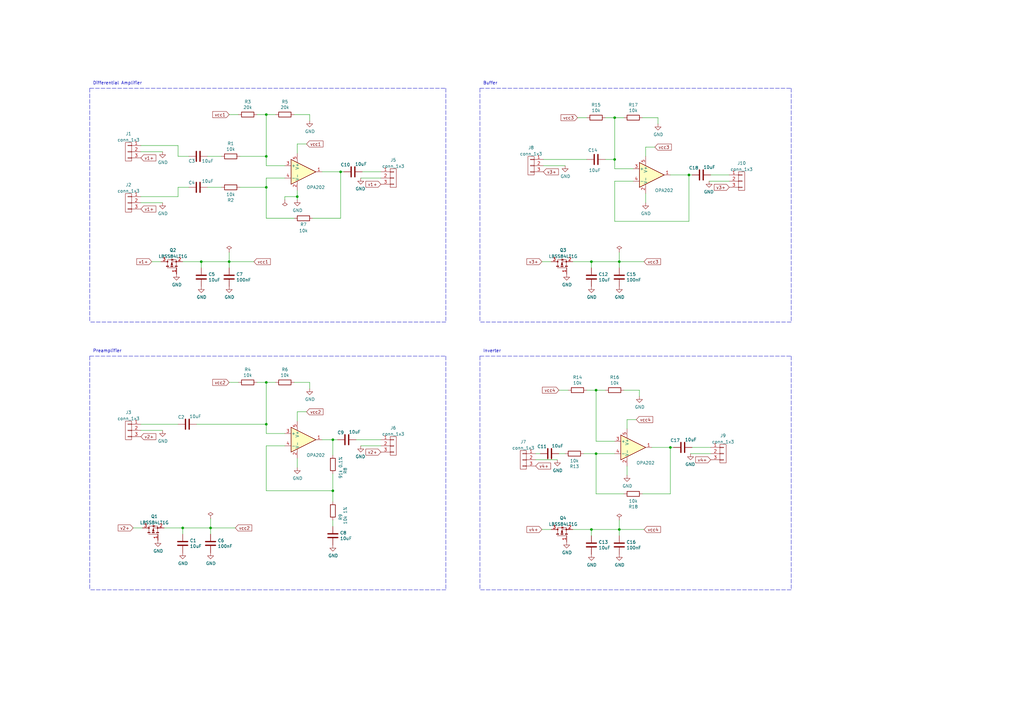
<source format=kicad_sch>
(kicad_sch (version 20211123) (generator eeschema)
  (paper "A3")
  (lib_symbols
    (symbol "Device:C" (pin_numbers hide) (pin_names (offset 0.254))
      (property "Reference" "C" (at 0.635 2.54 0))
      (property "Value" "C" (at 0.635 -2.54 0))
      (symbol "C_0_1"
        (polyline (pts (xy -2.032 -0.762) (xy 2.032 -0.762)) (stroke (width 0.508)))
        (polyline (pts (xy -2.032 0.762) (xy 2.032 0.762)) (stroke (width 0.508)))
      )
      (symbol "C_1_1"
        (pin passive line (at 0 3.81 270) (length 2.794) (name "~") (number "1"))
        (pin passive line (at 0 -3.81 90) (length 2.794) (name "~") (number "2"))
      )
    )
    (symbol "Device:R" (pin_numbers hide) (pin_names (offset 0))
      (property "Reference" "R" (at 2.032 0 90))
      (property "Value" "R" (at 0 0 90))
      (symbol "R_0_1"
        (rectangle (start -1.016 -2.54) (end 1.016 2.54) (stroke (width 0.254)))
      )
      (symbol "R_1_1"
        (pin passive line (at 0 3.81 270) (length 1.27) (name "~") (number "1"))
        (pin passive line (at 0 -3.81 90) (length 1.27) (name "~") (number "2"))
      )
    )
    (symbol "cycfi_library:conn_1x3" (pin_names (offset 1.016) hide)
      (property "Reference" "J" (at 0 5.08 0))
      (property "Value" "conn_1x3" (at 2.54 0 90))
      (symbol "conn_1x3_0_1"
        (rectangle (start -1.27 -2.413) (end 0.254 -2.667))
        (rectangle (start -1.27 0.127) (end 0.254 -0.127))
        (rectangle (start -1.27 2.667) (end 0.254 2.413))
        (rectangle (start -1.27 3.81) (end 1.27 -3.81))
      )
      (symbol "conn_1x3_1_1"
        (pin passive line (at -5.08 2.54 0) (length 3.81) (name "P1") (number "1"))
        (pin passive line (at -5.08 0 0) (length 3.81) (name "P2") (number "2"))
        (pin passive line (at -5.08 -2.54 0) (length 3.81) (name "P3") (number "3"))
      )
    )
    (symbol "cycfi_library:opamp_dbv" (pin_names (offset 0.127))
      (property "Reference" "U" (at -1.27 6.35 0))
      (property "Value" "opamp_dbv" (at -1.27 3.81 0))
      (symbol "opamp_dbv_0_1"
        (polyline (pts (xy -5.08 5.08) (xy 5.08 0) (xy -5.08 -5.08) (xy -5.08 5.08)) (stroke (width 0.254)) (fill (type background)))
        (pin power_in line (at -2.54 -7.62 90) (length 3.81) (name "V-") (number "2"))
        (pin power_in line (at -2.54 7.62 270) (length 3.81) (name "V+") (number "5"))
      )
      (symbol "opamp_dbv_1_1"
        (pin output line (at 7.62 0 180) (length 2.54) (name "~") (number "1"))
        (pin input line (at -7.62 2.54 0) (length 2.54) (name "+") (number "3"))
        (pin input line (at -7.62 -2.54 0) (length 2.54) (name "-") (number "4"))
      )
    )
    (symbol "cycfi_library:q_pmos_gsd" (pin_names (offset 0) hide)
      (property "Reference" "Q" (at 7.62 1.27 0))
      (property "Value" "q_pmos_gsd" (at 7.62 -1.27 0))
      (symbol "q_pmos_gsd_0_1"
        (polyline (pts (xy 2.54 2.54) (xy 2.54 2.413)))
        (polyline (pts (xy 2.921 0.127) (xy 3.683 0.127)))
        (polyline (pts (xy -2.54 -1.27) (xy 0 -1.27) (xy 0 2.54)))
        (polyline (pts (xy 2.54 -2.54) (xy 2.54 0.635) (xy 0.762 0.635)))
        (polyline (pts (xy 0.762 2.413) (xy 3.302 2.413) (xy 3.302 -1.143) (xy 0.762 -1.143)))
        (polyline (pts (xy 2.286 0.635) (xy 1.27 1.016) (xy 1.27 0.254) (xy 2.286 0.635)) (fill (type outline)))
        (polyline (pts (xy 3.302 0.127) (xy 2.921 0.762) (xy 3.683 0.762) (xy 3.302 0.127)) (fill (type outline)))
        (polyline (pts (xy 0.508 -0.635) (xy 0.508 -1.651) (xy 0.762 -1.651) (xy 0.762 -0.635) (xy 0.508 -0.635)) (fill (type outline)))
        (polyline (pts (xy 0.508 2.921) (xy 0.508 1.905) (xy 0.762 1.905) (xy 0.762 2.921) (xy 0.508 2.921)) (fill (type outline)))
        (polyline (pts (xy 0.508 1.143) (xy 0.508 0.127) (xy 0.762 0.127) (xy 0.762 1.143) (xy 0.508 1.143) (xy 0.508 1.016)) (fill (type outline)))
        (circle (center 2.54 -1.143) (radius 0.254) (fill (type outline)))
        (circle (center 2.54 2.413) (radius 0.254) (fill (type outline)))
      )
      (symbol "q_pmos_gsd_1_1"
        (pin input line (at -2.54 -1.27 0) (length 2.54) (name "G") (number "1"))
        (pin passive line (at 2.54 -3.81 90) (length 2.54) (name "S") (number "2"))
        (pin passive line (at 2.54 5.08 270) (length 2.54) (name "D") (number "3"))
      )
    )
    (symbol "power:GND" (power) (pin_names (offset 0))
      (property "Value" "GND" (at 0 -3.81 0))
      (symbol "GND_0_1"
        (polyline (pts (xy 0 0) (xy 0 -1.27) (xy 1.27 -1.27) (xy 0 -2.54) (xy -1.27 -1.27) (xy 0 -1.27)))
      )
      (symbol "GND_1_1"
        (pin power_in line (at 0 0 270) (length 0) hide (name "GND") (number "1"))
      )
    )
    (symbol "power:PWR_FLAG" (power) (pin_numbers hide) (pin_names (offset 0) hide)
      (property "Value" "PWR_FLAG" (at 0 3.81 0))
      (symbol "PWR_FLAG_0_0"
        (pin power_out line (at 0 0 90) (length 0) (name "pwr") (number "1"))
      )
      (symbol "PWR_FLAG_0_1"
        (polyline (pts (xy 0 0) (xy 0 1.27) (xy -1.016 1.905) (xy 0 2.54) (xy 1.016 1.905) (xy 0 1.27)))
      )
    )
  )
  (junction (at 254 107.315))
  (junction (at 109.22 46.99))
  (junction (at 109.22 64.135))
  (junction (at 244.475 160.02))
  (junction (at 252.095 65.405))
  (junction (at 109.22 156.845))
  (junction (at 136.525 201.295))
  (junction (at 109.22 173.99))
  (junction (at 136.525 180.34))
  (junction (at 93.98 107.315))
  (junction (at 121.92 80.645))
  (junction (at 74.93 216.535))
  (junction (at 82.55 107.315))
  (junction (at 242.57 107.315))
  (junction (at 244.475 186.055))
  (junction (at 282.575 71.755))
  (junction (at 139.7 70.485))
  (junction (at 86.36 216.535))
  (junction (at 242.57 217.17))
  (junction (at 109.22 76.835))
  (junction (at 252.095 48.26))
  (junction (at 274.955 183.515))
  (junction (at 254 217.17))
  (wire (pts (xy 57.785 173.99) (xy 73.025 173.99)))
  (wire (pts (xy 127 159.385) (xy 127 156.845)))
  (polyline (pts (xy 324.485 146.05) (xy 324.485 241.935)))
  (wire (pts (xy 121.92 172.72) (xy 121.92 168.91)))
  (wire (pts (xy 233.045 160.02) (xy 229.235 160.02)))
  (wire (pts (xy 109.22 67.945) (xy 116.84 67.945)))
  (wire (pts (xy 139.7 89.535) (xy 139.7 70.485)))
  (polyline (pts (xy 36.83 36.195) (xy 182.88 36.195)))
  (wire (pts (xy 264.795 64.135) (xy 264.795 60.325)))
  (wire (pts (xy 136.525 201.295) (xy 136.525 194.31)))
  (wire (pts (xy 82.55 107.315) (xy 82.55 109.855)))
  (wire (pts (xy 67.31 216.535) (xy 74.93 216.535)))
  (wire (pts (xy 116.84 80.645) (xy 121.92 80.645)))
  (wire (pts (xy 62.23 107.315) (xy 66.04 107.315)))
  (wire (pts (xy 93.98 109.855) (xy 93.98 107.315)))
  (wire (pts (xy 127 49.53) (xy 127 46.99)))
  (wire (pts (xy 97.79 156.845) (xy 93.98 156.845)))
  (wire (pts (xy 105.41 156.845) (xy 109.22 156.845)))
  (wire (pts (xy 113.03 156.845) (xy 109.22 156.845)))
  (wire (pts (xy 299.085 74.295) (xy 290.83 74.295)))
  (wire (pts (xy 98.425 76.835) (xy 109.22 76.835)))
  (wire (pts (xy 252.095 65.405) (xy 252.095 69.215)))
  (wire (pts (xy 105.41 46.99) (xy 109.22 46.99)))
  (wire (pts (xy 82.55 107.315) (xy 93.98 107.315)))
  (wire (pts (xy 222.885 65.405) (xy 240.665 65.405)))
  (wire (pts (xy 127 46.99) (xy 120.65 46.99)))
  (wire (pts (xy 255.905 202.565) (xy 244.475 202.565)))
  (wire (pts (xy 85.09 64.135) (xy 90.805 64.135)))
  (polyline (pts (xy 36.83 36.195) (xy 36.83 132.08)))
  (wire (pts (xy 282.575 71.755) (xy 274.955 71.755)))
  (wire (pts (xy 80.645 173.99) (xy 109.22 173.99)))
  (wire (pts (xy 121.92 81.915) (xy 121.92 80.645)))
  (polyline (pts (xy 324.485 36.195) (xy 324.485 132.08)))
  (wire (pts (xy 109.22 177.8) (xy 116.84 177.8)))
  (wire (pts (xy 263.525 202.565) (xy 274.955 202.565)))
  (wire (pts (xy 140.97 70.485) (xy 139.7 70.485)))
  (wire (pts (xy 57.785 59.69) (xy 73.025 59.69)))
  (wire (pts (xy 248.285 160.02) (xy 244.475 160.02)))
  (wire (pts (xy 127 156.845) (xy 120.65 156.845)))
  (wire (pts (xy 109.22 64.135) (xy 109.22 67.945)))
  (wire (pts (xy 109.22 76.835) (xy 109.22 73.025)))
  (wire (pts (xy 121.92 187.96) (xy 121.92 191.77)))
  (wire (pts (xy 291.465 71.755) (xy 299.085 71.755)))
  (wire (pts (xy 244.475 160.02) (xy 244.475 180.975)))
  (wire (pts (xy 57.785 83.185) (xy 66.675 83.185)))
  (wire (pts (xy 57.785 62.23) (xy 66.675 62.23)))
  (polyline (pts (xy 36.83 146.05) (xy 182.88 146.05)))
  (wire (pts (xy 86.36 219.075) (xy 86.36 216.535)))
  (wire (pts (xy 109.22 156.845) (xy 109.22 173.99)))
  (wire (pts (xy 254 109.855) (xy 254 107.315)))
  (wire (pts (xy 254 213.36) (xy 254 217.17)))
  (wire (pts (xy 109.22 201.295) (xy 136.525 201.295)))
  (wire (pts (xy 252.095 69.215) (xy 259.715 69.215)))
  (wire (pts (xy 252.095 74.295) (xy 252.095 90.805)))
  (wire (pts (xy 222.25 217.17) (xy 226.06 217.17)))
  (wire (pts (xy 136.525 186.69) (xy 136.525 180.34)))
  (wire (pts (xy 276.225 183.515) (xy 274.955 183.515)))
  (wire (pts (xy 86.36 212.725) (xy 86.36 216.535)))
  (wire (pts (xy 264.795 79.375) (xy 264.795 83.185)))
  (wire (pts (xy 121.92 59.055) (xy 125.73 59.055)))
  (wire (pts (xy 262.255 162.56) (xy 262.255 160.02)))
  (polyline (pts (xy 324.485 132.08) (xy 196.85 132.08)))
  (wire (pts (xy 109.22 89.535) (xy 109.22 76.835)))
  (polyline (pts (xy 324.485 241.935) (xy 196.85 241.935)))
  (wire (pts (xy 73.025 76.835) (xy 77.47 76.835)))
  (wire (pts (xy 254 107.315) (xy 264.16 107.315)))
  (polyline (pts (xy 182.88 241.935) (xy 36.83 241.935)))
  (polyline (pts (xy 196.85 36.195) (xy 196.85 132.08)))
  (wire (pts (xy 73.025 64.135) (xy 77.47 64.135)))
  (wire (pts (xy 229.235 186.055) (xy 231.775 186.055)))
  (wire (pts (xy 240.665 160.02) (xy 244.475 160.02)))
  (wire (pts (xy 132.08 180.34) (xy 136.525 180.34)))
  (wire (pts (xy 262.255 160.02) (xy 255.905 160.02)))
  (wire (pts (xy 244.475 180.975) (xy 252.095 180.975)))
  (wire (pts (xy 252.095 74.295) (xy 259.715 74.295)))
  (wire (pts (xy 248.285 48.26) (xy 252.095 48.26)))
  (polyline (pts (xy 182.88 36.195) (xy 182.88 132.08)))
  (wire (pts (xy 222.885 67.945) (xy 231.775 67.945)))
  (wire (pts (xy 93.98 103.505) (xy 93.98 107.315)))
  (wire (pts (xy 255.905 48.26) (xy 252.095 48.26)))
  (polyline (pts (xy 196.85 146.05) (xy 324.485 146.05)))
  (wire (pts (xy 74.93 107.315) (xy 82.55 107.315)))
  (polyline (pts (xy 182.88 132.08) (xy 36.83 132.08)))
  (wire (pts (xy 283.845 71.755) (xy 282.575 71.755)))
  (polyline (pts (xy 196.85 36.195) (xy 324.485 36.195)))
  (wire (pts (xy 242.57 107.315) (xy 242.57 109.855)))
  (wire (pts (xy 139.7 70.485) (xy 132.08 70.485)))
  (wire (pts (xy 257.175 172.085) (xy 260.985 172.085)))
  (wire (pts (xy 57.785 176.53) (xy 66.675 176.53)))
  (wire (pts (xy 264.795 60.325) (xy 268.605 60.325)))
  (wire (pts (xy 244.475 186.055) (xy 244.475 202.565)))
  (wire (pts (xy 85.09 76.835) (xy 90.805 76.835)))
  (wire (pts (xy 282.575 90.805) (xy 282.575 71.755)))
  (wire (pts (xy 54.61 216.535) (xy 58.42 216.535)))
  (polyline (pts (xy 196.85 146.05) (xy 196.85 241.935)))
  (wire (pts (xy 121.92 168.91) (xy 125.73 168.91)))
  (wire (pts (xy 274.955 183.515) (xy 267.335 183.515)))
  (wire (pts (xy 73.025 59.69) (xy 73.025 64.135)))
  (wire (pts (xy 121.92 80.645) (xy 121.92 78.105)))
  (wire (pts (xy 121.92 62.865) (xy 121.92 59.055)))
  (wire (pts (xy 120.65 89.535) (xy 109.22 89.535)))
  (wire (pts (xy 291.465 186.055) (xy 283.21 186.055)))
  (wire (pts (xy 234.95 217.17) (xy 242.57 217.17)))
  (wire (pts (xy 283.845 183.515) (xy 291.465 183.515)))
  (wire (pts (xy 109.22 182.88) (xy 109.22 201.295)))
  (wire (pts (xy 252.095 90.805) (xy 282.575 90.805)))
  (wire (pts (xy 239.395 186.055) (xy 244.475 186.055)))
  (wire (pts (xy 128.27 89.535) (xy 139.7 89.535)))
  (wire (pts (xy 73.025 80.645) (xy 73.025 76.835)))
  (wire (pts (xy 93.98 107.315) (xy 104.14 107.315)))
  (wire (pts (xy 254 219.71) (xy 254 217.17)))
  (wire (pts (xy 252.095 48.26) (xy 252.095 65.405)))
  (wire (pts (xy 109.22 46.99) (xy 109.22 64.135)))
  (wire (pts (xy 57.785 80.645) (xy 73.025 80.645)))
  (wire (pts (xy 136.525 213.36) (xy 136.525 215.9)))
  (wire (pts (xy 269.875 50.8) (xy 269.875 48.26)))
  (wire (pts (xy 86.36 216.535) (xy 96.52 216.535)))
  (wire (pts (xy 116.84 81.915) (xy 116.84 80.645)))
  (wire (pts (xy 240.665 48.26) (xy 236.855 48.26)))
  (wire (pts (xy 257.175 191.135) (xy 257.175 194.945)))
  (wire (pts (xy 74.93 216.535) (xy 86.36 216.535)))
  (wire (pts (xy 242.57 217.17) (xy 242.57 219.71)))
  (wire (pts (xy 109.22 73.025) (xy 116.84 73.025)))
  (wire (pts (xy 156.21 182.88) (xy 147.955 182.88)))
  (wire (pts (xy 242.57 217.17) (xy 254 217.17)))
  (polyline (pts (xy 182.88 146.05) (xy 182.88 241.935)))
  (wire (pts (xy 274.955 202.565) (xy 274.955 183.515)))
  (wire (pts (xy 254 217.17) (xy 264.16 217.17)))
  (wire (pts (xy 138.43 180.34) (xy 136.525 180.34)))
  (wire (pts (xy 109.22 173.99) (xy 109.22 177.8)))
  (wire (pts (xy 244.475 186.055) (xy 252.095 186.055)))
  (wire (pts (xy 219.71 186.055) (xy 221.615 186.055)))
  (wire (pts (xy 257.175 175.895) (xy 257.175 172.085)))
  (wire (pts (xy 146.05 180.34) (xy 156.21 180.34)))
  (wire (pts (xy 254 103.505) (xy 254 107.315)))
  (wire (pts (xy 242.57 107.315) (xy 254 107.315)))
  (wire (pts (xy 74.93 216.535) (xy 74.93 219.075)))
  (wire (pts (xy 269.875 48.26) (xy 263.525 48.26)))
  (polyline (pts (xy 36.83 146.05) (xy 36.83 241.935)))
  (wire (pts (xy 234.95 107.315) (xy 242.57 107.315)))
  (wire (pts (xy 97.79 46.99) (xy 93.98 46.99)))
  (wire (pts (xy 222.25 107.315) (xy 226.06 107.315)))
  (wire (pts (xy 148.59 70.485) (xy 156.21 70.485)))
  (wire (pts (xy 109.22 182.88) (xy 116.84 182.88)))
  (wire (pts (xy 113.03 46.99) (xy 109.22 46.99)))
  (wire (pts (xy 136.525 201.295) (xy 136.525 205.74)))
  (wire (pts (xy 219.71 188.595) (xy 228.6 188.595)))
  (wire (pts (xy 98.425 64.135) (xy 109.22 64.135)))
  (wire (pts (xy 156.21 73.025) (xy 147.955 73.025)))
  (wire (pts (xy 248.285 65.405) (xy 252.095 65.405)))
  (text "Buffer" (at 198.12 34.925 0) (effects (font (size 1.27 1.27)) (justify left bottom)))
  (text "Inverter" (at 198.12 144.78 0) (effects (font (size 1.27 1.27)) (justify left bottom)))
  (text "Preamplifier" (at 38.1 144.78 0) (effects (font (size 1.27 1.27)) (justify left bottom)))
  (text "Differential Amplifier" (at 38.1 34.925 0) (effects (font (size 1.27 1.27)) (justify left bottom)))
  (global_label "vcc2" (shape input) (at 125.73 168.91 0) (property "Intersheet References" "${INTERSHEET_REFS}" (effects hide)))
  (global_label "vcc1" (shape input) (at 104.14 107.315 0) (property "Intersheet References" "${INTERSHEET_REFS}" (effects hide)))
  (global_label "v4+" (shape input) (at 222.25 217.17 180) (property "Intersheet References" "${INTERSHEET_REFS}" (effects hide)))
  (global_label "vcc3" (shape input) (at 268.605 60.325 0) (property "Intersheet References" "${INTERSHEET_REFS}" (effects hide)))
  (global_label "vcc4" (shape input) (at 229.235 160.02 180) (property "Intersheet References" "${INTERSHEET_REFS}" (effects hide)))
  (global_label "vcc4" (shape input) (at 264.16 217.17 0) (property "Intersheet References" "${INTERSHEET_REFS}" (effects hide)))
  (global_label "vcc3" (shape input) (at 264.16 107.315 0) (property "Intersheet References" "${INTERSHEET_REFS}" (effects hide)))
  (global_label "v2+" (shape input) (at 156.21 185.42 180) (property "Intersheet References" "${INTERSHEET_REFS}" (effects hide)))
  (global_label "v1+" (shape input) (at 62.23 107.315 180) (property "Intersheet References" "${INTERSHEET_REFS}" (effects hide)))
  (global_label "v1+" (shape input) (at 57.785 64.77 0) (property "Intersheet References" "${INTERSHEET_REFS}" (effects hide)))
  (global_label "v4+" (shape input) (at 291.465 188.595 180) (property "Intersheet References" "${INTERSHEET_REFS}" (effects hide)))
  (global_label "v4+" (shape input) (at 219.71 191.135 0) (property "Intersheet References" "${INTERSHEET_REFS}" (effects hide)))
  (global_label "vcc2" (shape input) (at 96.52 216.535 0) (property "Intersheet References" "${INTERSHEET_REFS}" (effects hide)))
  (global_label "v1+" (shape input) (at 57.785 85.725 0) (property "Intersheet References" "${INTERSHEET_REFS}" (effects hide)))
  (global_label "vcc2" (shape input) (at 93.98 156.845 180) (property "Intersheet References" "${INTERSHEET_REFS}" (effects hide)))
  (global_label "v3+" (shape input) (at 222.885 70.485 0) (property "Intersheet References" "${INTERSHEET_REFS}" (effects hide)))
  (global_label "v2+" (shape input) (at 57.785 179.07 0) (property "Intersheet References" "${INTERSHEET_REFS}" (effects hide)))
  (global_label "vcc1" (shape input) (at 93.98 46.99 180) (property "Intersheet References" "${INTERSHEET_REFS}" (effects hide)))
  (global_label "vcc3" (shape input) (at 236.855 48.26 180) (property "Intersheet References" "${INTERSHEET_REFS}" (effects hide)))
  (global_label "v2+" (shape input) (at 54.61 216.535 180) (property "Intersheet References" "${INTERSHEET_REFS}" (effects hide)))
  (global_label "v1+" (shape input) (at 156.21 75.565 180) (property "Intersheet References" "${INTERSHEET_REFS}" (effects hide)))
  (global_label "v3+" (shape input) (at 299.085 76.835 180) (property "Intersheet References" "${INTERSHEET_REFS}" (effects hide)))
  (global_label "vcc1" (shape input) (at 125.73 59.055 0) (property "Intersheet References" "${INTERSHEET_REFS}" (effects hide)))
  (global_label "vcc4" (shape input) (at 260.985 172.085 0) (property "Intersheet References" "${INTERSHEET_REFS}" (effects hide)))
  (global_label "v3+" (shape input) (at 222.25 107.315 180) (property "Intersheet References" "${INTERSHEET_REFS}" (effects hide)))
  (symbol (lib_id "cycfi_library:opamp_dbv") (at 124.46 70.485 0) (unit 1)
    (property "Reference" "U1" (effects hide))
    (property "Value" "OPA202" (at 125.73 76.835 0) (effects (justify left)))
    (property "Footprint" "Package_TO_SOT_SMD:SOT-23-5" (effects hide))
    (property "LCSC" "C1850244" (effects hide))
  )
  (symbol (lib_id "Device:R") (at 94.615 64.135 270) (unit 1)
    (property "Reference" "R1" (at 94.615 58.8772 90))
    (property "Value" "10k" (at 94.615 61.1886 90))
    (property "Footprint" "Resistor_SMD:R_0402_1005Metric" (effects hide))
    (property "LCSC" "C25744" (effects hide))
  )
  (symbol (lib_id "Device:R") (at 94.615 76.835 90) (unit 1)
    (property "Reference" "R2" (at 94.615 82.0928 90))
    (property "Value" "10k" (at 94.615 79.7814 90))
    (property "Footprint" "Resistor_SMD:R_0402_1005Metric" (effects hide))
    (property "LCSC" "C25744" (effects hide))
  )
  (symbol (lib_id "Device:R") (at 101.6 46.99 90) (unit 1)
    (property "Reference" "R3" (at 101.6 41.7322 90))
    (property "Value" "20k" (at 101.6 44.0436 90))
    (property "Footprint" "Resistor_SMD:R_0402_1005Metric" (effects hide))
    (property "LCSC" "C25765" (effects hide))
  )
  (symbol (lib_id "Device:R") (at 116.84 46.99 90) (unit 1)
    (property "Reference" "R5" (at 116.84 41.7322 90))
    (property "Value" "20k" (at 116.84 44.0436 90))
    (property "Footprint" "Resistor_SMD:R_0402_1005Metric" (effects hide))
    (property "LCSC" "C25765" (effects hide))
  )
  (symbol (lib_id "Device:R") (at 124.46 89.535 90) (unit 1)
    (property "Reference" "R7" (at 124.46 92.075 90))
    (property "Value" "10k" (at 124.46 94.615 90))
    (property "Footprint" "Resistor_SMD:R_0402_1005Metric" (effects hide))
    (property "LCSC" "C25744" (effects hide))
  )
  (symbol (lib_id "power:GND") (at 127 49.53 0) (unit 1)
    (property "Reference" "#PWR012" (effects hide))
    (property "Value" "GND" (at 127.127 53.9242 0))
  )
  (symbol (lib_id "power:GND") (at 121.92 81.915 0) (unit 1)
    (property "Reference" "#PWR010" (effects hide))
    (property "Value" "GND" (at 122.047 86.3092 0))
  )
  (symbol (lib_id "Device:C") (at 82.55 113.665 0) (unit 1)
    (property "Reference" "C5" (at 85.471 112.4966 0) (effects (justify left)))
    (property "Value" "10uF" (at 85.471 114.808 0) (effects (justify left)))
    (property "Footprint" "Capacitor_SMD:C_0805_2012Metric" (effects hide))
    (property "LCSC" "C15850" (effects hide))
  )
  (symbol (lib_id "Device:C") (at 93.98 113.665 0) (unit 1)
    (property "Reference" "C7" (at 96.901 112.4966 0) (effects (justify left)))
    (property "Value" "100nF" (at 96.901 114.808 0) (effects (justify left)))
    (property "Footprint" "Capacitor_SMD:C_0402_1005Metric" (effects hide))
    (property "LCSC" "C307331" (effects hide))
  )
  (symbol (lib_id "power:GND") (at 93.98 117.475 0) (unit 1)
    (property "Reference" "#PWR09" (effects hide))
    (property "Value" "GND" (at 94.107 121.8692 0))
  )
  (symbol (lib_id "power:GND") (at 82.55 117.475 0) (unit 1)
    (property "Reference" "#PWR07" (effects hide))
    (property "Value" "GND" (at 82.677 121.8692 0))
  )
  (symbol (lib_id "power:PWR_FLAG") (at 93.98 103.505 0) (unit 1)
    (property "Reference" "#FLG02" (effects hide))
    (property "Value" "PWR_FLAG" (effects hide))
  )
  (symbol (lib_id "power:GND") (at 232.41 112.395 0) (unit 1)
    (property "Reference" "#PWR019" (effects hide))
    (property "Value" "GND" (at 232.537 116.7892 0))
  )
  (symbol (lib_id "power:GND") (at 127 159.385 0) (unit 1)
    (property "Reference" "#PWR013" (effects hide))
    (property "Value" "GND" (at 127.127 163.7792 0))
  )
  (symbol (lib_id "Device:C") (at 81.28 76.835 90) (unit 1)
    (property "Reference" "C4" (at 80.01 74.93 90) (effects (justify left)))
    (property "Value" "10uF" (at 87.63 74.295 90) (effects (justify left)))
    (property "Footprint" "Capacitor_SMD:C_0805_2012Metric" (effects hide))
    (property "LCSC" "C15850" (effects hide))
  )
  (symbol (lib_id "power:GND") (at 136.525 223.52 0) (unit 1)
    (property "Reference" "#PWR014" (effects hide))
    (property "Value" "GND" (at 136.652 227.9142 0))
  )
  (symbol (lib_id "cycfi_library:q_pmos_gsd") (at 231.14 219.71 90) (unit 1)
    (property "Reference" "Q4" (at 230.9495 212.4542 90))
    (property "Value" "LBSS84LT1G" (at 230.9495 214.9911 90))
    (property "Footprint" "Package_TO_SOT_SMD:TSOT-23" (effects hide))
    (property "LCSC" "C8492" (effects hide))
    (property "JLCPCB_CORRECTION" "0;0;0" (effects hide))
  )
  (symbol (lib_id "power:GND") (at 66.675 83.185 0) (unit 1)
    (property "Reference" "#PWR03" (effects hide))
    (property "Value" "GND" (at 66.802 87.5792 0))
  )
  (symbol (lib_id "cycfi_library:opamp_dbv") (at 124.46 180.34 0) (unit 1)
    (property "Reference" "U2" (effects hide))
    (property "Value" "OPA202" (at 125.73 186.69 0) (effects (justify left)))
    (property "Footprint" "Package_TO_SOT_SMD:SOT-23-5" (effects hide))
    (property "LCSC" "C1850244" (effects hide))
  )
  (symbol (lib_id "power:PWR_FLAG") (at 254 103.505 0) (unit 1)
    (property "Reference" "#FLG06" (effects hide))
    (property "Value" "PWR_FLAG" (effects hide))
  )
  (symbol (lib_id "power:GND") (at 283.21 186.055 0) (mirror y) (unit 1)
    (property "Reference" "#PWR029" (effects hide))
    (property "Value" "GND" (at 283.083 190.4492 0))
  )
  (symbol (lib_id "Device:C") (at 242.57 113.665 0) (unit 1)
    (property "Reference" "C12" (at 245.491 112.4966 0) (effects (justify left)))
    (property "Value" "10uF" (at 245.491 114.808 0) (effects (justify left)))
    (property "Footprint" "Capacitor_SMD:C_0805_2012Metric" (effects hide))
    (property "LCSC" "C15850" (effects hide))
  )
  (symbol (lib_id "Device:R") (at 236.855 160.02 90) (unit 1)
    (property "Reference" "R14" (at 236.855 154.7622 90))
    (property "Value" "10k" (at 236.855 157.0736 90))
    (property "Footprint" "Resistor_SMD:R_0402_1005Metric" (effects hide))
    (property "LCSC" "C25744" (effects hide))
  )
  (symbol (lib_id "Device:R") (at 136.525 190.5 0) (mirror x) (unit 1)
    (property "Reference" "R8" (at 141.605 193.04 90))
    (property "Value" "91k 0.1%" (at 139.7 191.77 90))
    (property "Footprint" "Resistor_SMD:R_0603_1608Metric" (effects hide))
    (property "LCSC" "C326731" (effects hide))
  )
  (symbol (lib_id "cycfi_library:opamp_dbv") (at 267.335 71.755 0) (unit 1)
    (property "Reference" "U4" (effects hide))
    (property "Value" "OPA202" (at 268.605 78.105 0) (effects (justify left)))
    (property "Footprint" "Package_TO_SOT_SMD:SOT-23-5" (effects hide))
    (property "LCSC" "C1850244" (effects hide))
  )
  (symbol (lib_id "power:GND") (at 147.955 73.025 0) (mirror y) (unit 1)
    (property "Reference" "#PWR015" (effects hide))
    (property "Value" "GND" (at 147.828 77.4192 0))
  )
  (symbol (lib_id "cycfi_library:conn_1x3") (at 296.545 186.055 0) (unit 1)
    (property "Reference" "J9" (at 296.545 178.6722 0))
    (property "Value" "conn_1x3" (at 296.545 181.2091 0))
    (property "Footprint" "cycfi_library:pin_header_1x3p_2.54mm_smd_horizontal" (effects hide))
  )
  (symbol (lib_id "Device:C") (at 254 113.665 0) (unit 1)
    (property "Reference" "C15" (at 256.921 112.4966 0) (effects (justify left)))
    (property "Value" "100nF" (at 256.921 114.808 0) (effects (justify left)))
    (property "Footprint" "Capacitor_SMD:C_0402_1005Metric" (effects hide))
    (property "LCSC" "C307331" (effects hide))
  )
  (symbol (lib_id "Device:R") (at 235.585 186.055 90) (unit 1)
    (property "Reference" "R13" (at 235.585 191.3128 90))
    (property "Value" "10k" (at 235.585 189.0014 90))
    (property "Footprint" "Resistor_SMD:R_0402_1005Metric" (effects hide))
    (property "LCSC" "C25744" (effects hide))
  )
  (symbol (lib_id "cycfi_library:conn_1x3") (at 52.705 62.23 0) (mirror y) (unit 1)
    (property "Reference" "J1" (at 52.705 54.8472 0))
    (property "Value" "conn_1x3" (at 52.705 57.3841 0))
    (property "Footprint" "cycfi_library:pin_header_1x3p_2.54mm_smd_horizontal" (effects hide))
  )
  (symbol (lib_id "Device:R") (at 136.525 209.55 180) (unit 1)
    (property "Reference" "R9" (at 139.7 212.09 90))
    (property "Value" "10k 1%" (at 141.605 211.455 90))
    (property "Footprint" "Resistor_SMD:R_0402_1005Metric" (effects hide))
    (property "LCSC" "C25744" (effects hide))
  )
  (symbol (lib_id "power:GND") (at 264.795 83.185 0) (unit 1)
    (property "Reference" "#PWR027" (effects hide))
    (property "Value" "GND" (at 264.922 87.5792 0))
  )
  (symbol (lib_id "cycfi_library:q_pmos_gsd") (at 63.5 219.075 90) (unit 1)
    (property "Reference" "Q1" (at 63.3095 211.8192 90))
    (property "Value" "LBSS84LT1G" (at 63.3095 214.3561 90))
    (property "Footprint" "Package_TO_SOT_SMD:TSOT-23" (effects hide))
    (property "LCSC" "C8492" (effects hide))
    (property "JLCPCB_CORRECTION" "0;0;0" (effects hide))
  )
  (symbol (lib_id "power:PWR_FLAG") (at 254 213.36 0) (unit 1)
    (property "Reference" "#FLG07" (effects hide))
    (property "Value" "PWR_FLAG" (effects hide))
  )
  (symbol (lib_id "Device:C") (at 244.475 65.405 90) (unit 1)
    (property "Reference" "C14" (at 245.11 61.595 90) (effects (justify left)))
    (property "Value" "10uF" (at 246.38 69.85 90) (effects (justify left)))
    (property "Footprint" "Capacitor_SMD:C_0805_2012Metric" (effects hide))
    (property "LCSC" "C15850" (effects hide))
  )
  (symbol (lib_id "cycfi_library:conn_1x3") (at 161.29 73.025 0) (unit 1)
    (property "Reference" "J5" (at 161.29 65.6422 0))
    (property "Value" "conn_1x3" (at 161.29 68.1791 0))
    (property "Footprint" "cycfi_library:pin_header_1x3p_2.54mm_smd_horizontal" (effects hide))
  )
  (symbol (lib_id "power:GND") (at 66.675 62.23 0) (unit 1)
    (property "Reference" "#PWR02" (effects hide))
    (property "Value" "GND" (at 66.802 66.6242 0))
  )
  (symbol (lib_id "power:GND") (at 147.955 182.88 0) (mirror y) (unit 1)
    (property "Reference" "#PWR016" (effects hide))
    (property "Value" "GND" (at 147.828 187.2742 0))
  )
  (symbol (lib_id "cycfi_library:conn_1x3") (at 217.805 67.945 0) (mirror y) (unit 1)
    (property "Reference" "J8" (at 217.805 60.5622 0))
    (property "Value" "conn_1x3" (at 217.805 63.0991 0))
    (property "Footprint" "cycfi_library:pin_header_1x3p_2.54mm_smd_horizontal" (effects hide))
  )
  (symbol (lib_id "Device:R") (at 259.715 48.26 90) (unit 1)
    (property "Reference" "R17" (at 259.715 43.0022 90))
    (property "Value" "10k" (at 259.715 45.3136 90))
    (property "Footprint" "Resistor_SMD:R_0402_1005Metric" (effects hide))
    (property "LCSC" "C25744" (effects hide))
  )
  (symbol (lib_id "Device:R") (at 252.095 160.02 90) (unit 1)
    (property "Reference" "R16" (at 252.095 154.7622 90))
    (property "Value" "10k" (at 252.095 157.0736 90))
    (property "Footprint" "Resistor_SMD:R_0402_1005Metric" (effects hide))
    (property "LCSC" "C25744" (effects hide))
  )
  (symbol (lib_id "power:GND") (at 66.675 176.53 0) (unit 1)
    (property "Reference" "#PWR04" (effects hide))
    (property "Value" "GND" (at 66.802 180.9242 0))
  )
  (symbol (lib_id "power:PWR_FLAG") (at 86.36 212.725 0) (unit 1)
    (property "Reference" "#FLG01" (effects hide))
    (property "Value" "PWR_FLAG" (effects hide))
  )
  (symbol (lib_id "cycfi_library:conn_1x3") (at 52.705 83.185 0) (mirror y) (unit 1)
    (property "Reference" "J2" (at 52.705 75.8022 0))
    (property "Value" "conn_1x3" (at 52.705 78.3391 0))
    (property "Footprint" "cycfi_library:pin_header_1x3p_2.54mm_smd_horizontal" (effects hide))
  )
  (symbol (lib_id "Device:C") (at 86.36 222.885 0) (unit 1)
    (property "Reference" "C6" (at 89.281 221.7166 0) (effects (justify left)))
    (property "Value" "100nF" (at 89.281 224.028 0) (effects (justify left)))
    (property "Footprint" "Capacitor_SMD:C_0402_1005Metric" (effects hide))
    (property "LCSC" "C307331" (effects hide))
  )
  (symbol (lib_id "Device:C") (at 225.425 186.055 90) (unit 1)
    (property "Reference" "C11" (at 224.2566 183.134 90) (effects (justify left)))
    (property "Value" "10uF" (at 231.14 182.88 90) (effects (justify left)))
    (property "Footprint" "Capacitor_SMD:C_0805_2012Metric" (effects hide))
    (property "LCSC" "C15850" (effects hide))
  )
  (symbol (lib_id "Device:C") (at 287.655 71.755 90) (unit 1)
    (property "Reference" "C18" (at 286.4866 68.834 90) (effects (justify left)))
    (property "Value" "10uF" (at 293.37 68.58 90) (effects (justify left)))
    (property "Footprint" "Capacitor_SMD:C_0805_2012Metric" (effects hide))
    (property "LCSC" "C15850" (effects hide))
  )
  (symbol (lib_id "Device:C") (at 81.28 64.135 90) (unit 1)
    (property "Reference" "C3" (at 80.01 66.04 90) (effects (justify left)))
    (property "Value" "10uF" (at 87.63 66.04 90) (effects (justify left)))
    (property "Footprint" "Capacitor_SMD:C_0805_2012Metric" (effects hide))
    (property "LCSC" "C15850" (effects hide))
  )
  (symbol (lib_id "Device:C") (at 254 223.52 0) (unit 1)
    (property "Reference" "C16" (at 256.921 222.3516 0) (effects (justify left)))
    (property "Value" "100nF" (at 256.921 224.663 0) (effects (justify left)))
    (property "Footprint" "Capacitor_SMD:C_0402_1005Metric" (effects hide))
    (property "LCSC" "C307331" (effects hide))
  )
  (symbol (lib_id "power:GND") (at 254 227.33 0) (unit 1)
    (property "Reference" "#PWR024" (effects hide))
    (property "Value" "GND" (at 254.127 231.7242 0))
  )
  (symbol (lib_id "Device:C") (at 280.035 183.515 90) (unit 1)
    (property "Reference" "C17" (at 278.8666 180.594 90) (effects (justify left)))
    (property "Value" "10uF" (at 285.75 180.34 90) (effects (justify left)))
    (property "Footprint" "Capacitor_SMD:C_0805_2012Metric" (effects hide))
    (property "LCSC" "C15850" (effects hide))
  )
  (symbol (lib_id "cycfi_library:q_pmos_gsd") (at 231.14 109.855 90) (unit 1)
    (property "Reference" "Q3" (at 230.9495 102.5992 90))
    (property "Value" "LBSS84LT1G" (at 230.9495 105.1361 90))
    (property "Footprint" "Package_TO_SOT_SMD:TSOT-23" (effects hide))
    (property "LCSC" "C8492" (effects hide))
    (property "JLCPCB_CORRECTION" "0;0;0" (effects hide))
  )
  (symbol (lib_id "power:GND") (at 121.92 191.77 0) (unit 1)
    (property "Reference" "#PWR011" (effects hide))
    (property "Value" "GND" (at 122.047 196.1642 0))
  )
  (symbol (lib_id "power:GND") (at 262.255 162.56 0) (unit 1)
    (property "Reference" "#PWR026" (effects hide))
    (property "Value" "GND" (at 262.382 166.9542 0))
  )
  (symbol (lib_id "Device:C") (at 144.78 70.485 90) (unit 1)
    (property "Reference" "C10" (at 143.6116 67.564 90) (effects (justify left)))
    (property "Value" "10uF" (at 150.495 67.31 90) (effects (justify left)))
    (property "Footprint" "Capacitor_SMD:C_0805_2012Metric" (effects hide))
    (property "LCSC" "C15850" (effects hide))
  )
  (symbol (lib_id "Device:C") (at 74.93 222.885 0) (unit 1)
    (property "Reference" "C1" (at 77.851 221.7166 0) (effects (justify left)))
    (property "Value" "10uF" (at 77.851 224.028 0) (effects (justify left)))
    (property "Footprint" "Capacitor_SMD:C_0805_2012Metric" (effects hide))
    (property "LCSC" "C15850" (effects hide))
  )
  (symbol (lib_id "power:GND") (at 269.875 50.8 0) (unit 1)
    (property "Reference" "#PWR028" (effects hide))
    (property "Value" "GND" (at 270.002 55.1942 0))
  )
  (symbol (lib_id "power:GND") (at 257.175 194.945 0) (unit 1)
    (property "Reference" "#PWR025" (effects hide))
    (property "Value" "GND" (at 257.302 199.3392 0))
  )
  (symbol (lib_id "cycfi_library:conn_1x3") (at 304.165 74.295 0) (unit 1)
    (property "Reference" "J10" (at 304.165 66.9122 0))
    (property "Value" "conn_1x3" (at 304.165 69.4491 0))
    (property "Footprint" "cycfi_library:pin_header_1x3p_2.54mm_smd_horizontal" (effects hide))
  )
  (symbol (lib_id "power:GND") (at 74.93 226.695 0) (unit 1)
    (property "Reference" "#PWR06" (effects hide))
    (property "Value" "GND" (at 75.057 231.0892 0))
  )
  (symbol (lib_id "Device:C") (at 142.24 180.34 90) (unit 1)
    (property "Reference" "C9" (at 141.0716 177.419 90) (effects (justify left)))
    (property "Value" "10uF" (at 147.955 177.165 90) (effects (justify left)))
    (property "Footprint" "Capacitor_SMD:C_0805_2012Metric" (effects hide))
    (property "LCSC" "C15850" (effects hide))
  )
  (symbol (lib_id "Device:R") (at 259.715 202.565 90) (unit 1)
    (property "Reference" "R18" (at 259.715 207.8228 90))
    (property "Value" "10k" (at 259.715 205.5114 90))
    (property "Footprint" "Resistor_SMD:R_0402_1005Metric" (effects hide))
    (property "LCSC" "C25744" (effects hide))
  )
  (symbol (lib_id "cycfi_library:q_pmos_gsd") (at 71.12 109.855 90) (unit 1)
    (property "Reference" "Q2" (at 70.9295 102.5992 90))
    (property "Value" "LBSS84LT1G" (at 70.9295 105.1361 90))
    (property "Footprint" "Package_TO_SOT_SMD:TSOT-23" (effects hide))
    (property "LCSC" "C8492" (effects hide))
    (property "JLCPCB_CORRECTION" "0;0;0" (effects hide))
  )
  (symbol (lib_id "power:GND") (at 242.57 117.475 0) (unit 1)
    (property "Reference" "#PWR021" (effects hide))
    (property "Value" "GND" (at 242.697 121.8692 0))
  )
  (symbol (lib_id "power:GND") (at 228.6 188.595 0) (unit 1)
    (property "Reference" "#PWR017" (effects hide))
    (property "Value" "GND" (at 228.727 192.9892 0))
  )
  (symbol (lib_id "Device:R") (at 116.84 156.845 90) (unit 1)
    (property "Reference" "R6" (at 116.84 151.5872 90))
    (property "Value" "10k" (at 116.84 153.8986 90))
    (property "Footprint" "Resistor_SMD:R_0402_1005Metric" (effects hide))
    (property "LCSC" "C25744" (effects hide))
  )
  (symbol (lib_id "power:GND") (at 64.77 221.615 0) (unit 1)
    (property "Reference" "#PWR01" (effects hide))
    (property "Value" "GND" (at 64.897 226.0092 0))
  )
  (symbol (lib_id "power:GND") (at 231.775 67.945 0) (unit 1)
    (property "Reference" "#PWR018" (effects hide))
    (property "Value" "GND" (at 231.902 72.3392 0))
  )
  (symbol (lib_id "power:GND") (at 86.36 226.695 0) (unit 1)
    (property "Reference" "#PWR08" (effects hide))
    (property "Value" "GND" (at 86.487 231.0892 0))
  )
  (symbol (lib_id "Device:C") (at 242.57 223.52 0) (unit 1)
    (property "Reference" "C13" (at 245.491 222.3516 0) (effects (justify left)))
    (property "Value" "10uF" (at 245.491 224.663 0) (effects (justify left)))
    (property "Footprint" "Capacitor_SMD:C_0805_2012Metric" (effects hide))
    (property "LCSC" "C15850" (effects hide))
  )
  (symbol (lib_id "Device:C") (at 136.525 219.71 0) (unit 1)
    (property "Reference" "C8" (at 139.446 218.5416 0) (effects (justify left)))
    (property "Value" "10uF" (at 139.446 220.853 0) (effects (justify left)))
    (property "Footprint" "Capacitor_SMD:C_0805_2012Metric" (effects hide))
    (property "LCSC" "C15850" (effects hide))
  )
  (symbol (lib_id "cycfi_library:conn_1x3") (at 52.705 176.53 0) (mirror y) (unit 1)
    (property "Reference" "J3" (at 52.705 169.1472 0))
    (property "Value" "conn_1x3" (at 52.705 171.6841 0))
    (property "Footprint" "cycfi_library:pin_header_1x3p_2.54mm_smd_horizontal" (effects hide))
  )
  (symbol (lib_id "power:GND") (at 232.41 222.25 0) (unit 1)
    (property "Reference" "#PWR020" (effects hide))
    (property "Value" "GND" (at 232.537 226.6442 0))
  )
  (symbol (lib_id "power:GND") (at 290.83 74.295 0) (mirror y) (unit 1)
    (property "Reference" "#PWR030" (effects hide))
    (property "Value" "GND" (at 290.703 78.6892 0))
  )
  (symbol (lib_id "Device:R") (at 101.6 156.845 90) (unit 1)
    (property "Reference" "R4" (at 101.6 151.5872 90))
    (property "Value" "10k" (at 101.6 153.8986 90))
    (property "Footprint" "Resistor_SMD:R_0402_1005Metric" (effects hide))
    (property "LCSC" "C25744" (effects hide))
  )
  (symbol (lib_id "power:GND") (at 242.57 227.33 0) (unit 1)
    (property "Reference" "#PWR022" (effects hide))
    (property "Value" "GND" (at 242.697 231.7242 0))
  )
  (symbol (lib_id "power:GND") (at 254 117.475 0) (unit 1)
    (property "Reference" "#PWR023" (effects hide))
    (property "Value" "GND" (at 254.127 121.8692 0))
  )
  (symbol (lib_id "cycfi_library:conn_1x3") (at 214.63 188.595 0) (mirror y) (unit 1)
    (property "Reference" "J7" (at 214.63 181.2122 0))
    (property "Value" "conn_1x3" (at 214.63 183.7491 0))
    (property "Footprint" "cycfi_library:pin_header_1x3p_2.54mm_smd_horizontal" (effects hide))
  )
  (symbol (lib_id "power:PWR_FLAG") (at 116.84 81.915 180) (unit 1)
    (property "Reference" "#FLG03" (effects hide))
    (property "Value" "PWR_FLAG" (effects hide))
  )
  (symbol (lib_id "cycfi_library:conn_1x3") (at 161.29 182.88 0) (unit 1)
    (property "Reference" "J6" (at 161.29 175.4972 0))
    (property "Value" "conn_1x3" (at 161.29 178.0341 0))
    (property "Footprint" "cycfi_library:pin_header_1x3p_2.54mm_smd_horizontal" (effects hide))
  )
  (symbol (lib_id "Device:C") (at 76.835 173.99 90) (unit 1)
    (property "Reference" "C2" (at 75.6666 171.069 90) (effects (justify left)))
    (property "Value" "10uF" (at 82.55 170.815 90) (effects (justify left)))
    (property "Footprint" "Capacitor_SMD:C_0805_2012Metric" (effects hide))
    (property "LCSC" "C15850" (effects hide))
  )
  (symbol (lib_id "cycfi_library:opamp_dbv") (at 259.715 183.515 0) (unit 1)
    (property "Reference" "U3" (effects hide))
    (property "Value" "OPA202" (at 260.985 189.865 0) (effects (justify left)))
    (property "Footprint" "Package_TO_SOT_SMD:SOT-23-5" (effects hide))
    (property "LCSC" "C1850244" (effects hide))
  )
  (symbol (lib_id "Device:R") (at 244.475 48.26 90) (unit 1)
    (property "Reference" "R15" (at 244.475 43.0022 90))
    (property "Value" "10k" (at 244.475 45.3136 90))
    (property "Footprint" "Resistor_SMD:R_0402_1005Metric" (effects hide))
    (property "LCSC" "C25744" (effects hide))
  )
  (symbol (lib_id "power:GND") (at 72.39 112.395 0) (unit 1)
    (property "Reference" "#PWR05" (effects hide))
    (property "Value" "GND" (at 72.517 116.7892 0))
  )
)
</source>
